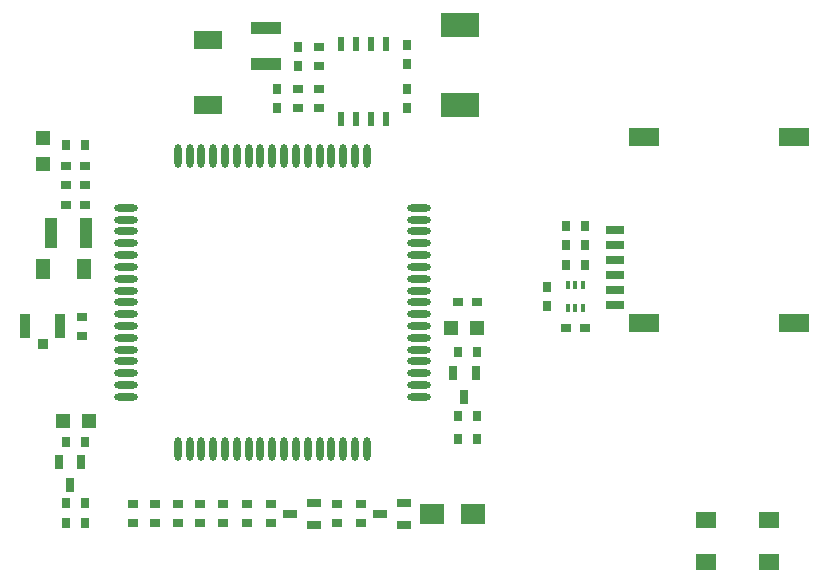
<source format=gtp>
G04 #@! TF.GenerationSoftware,KiCad,Pcbnew,no-vcs-found-7688~57~ubuntu16.04.1*
G04 #@! TF.CreationDate,2017-03-02T14:26:04+07:00*
G04 #@! TF.ProjectId,cellular,63656C6C756C61722E6B696361645F70,rev?*
G04 #@! TF.FileFunction,Paste,Top*
G04 #@! TF.FilePolarity,Positive*
%FSLAX46Y46*%
G04 Gerber Fmt 4.6, Leading zero omitted, Abs format (unit mm)*
G04 Created by KiCad (PCBNEW no-vcs-found-7688~57~ubuntu16.04.1) date Thu Mar  2 14:26:04 2017*
%MOMM*%
%LPD*%
G01*
G04 APERTURE LIST*
%ADD10C,0.100000*%
%ADD11R,0.800100X1.200000*%
%ADD12R,0.950000X2.100000*%
%ADD13R,0.900000X0.950000*%
%ADD14R,2.500000X1.000000*%
%ADD15R,0.750000X0.900000*%
%ADD16R,0.900000X0.750000*%
%ADD17R,1.000000X2.500000*%
%ADD18R,3.197860X1.998980*%
%ADD19R,1.200000X1.200000*%
%ADD20R,2.400000X1.500000*%
%ADD21R,1.200000X0.800100*%
%ADD22R,0.900000X0.800000*%
%ADD23R,0.800000X0.900000*%
%ADD24R,0.508000X1.143000*%
%ADD25R,0.400000X0.650000*%
%ADD26R,2.100580X1.699260*%
%ADD27R,1.300000X1.700000*%
%ADD28O,0.600000X2.000000*%
%ADD29O,2.000000X0.600000*%
%ADD30R,2.600000X1.550000*%
%ADD31R,1.500000X0.750000*%
%ADD32R,1.700000X1.350000*%
G04 APERTURE END LIST*
D10*
D11*
X103886000Y-136636000D03*
X102936000Y-134636000D03*
X104836000Y-134636000D03*
D12*
X100125000Y-123190000D03*
X103075000Y-123190000D03*
D13*
X101600000Y-124715000D03*
D14*
X120523000Y-97941000D03*
X120523000Y-100941000D03*
D15*
X132461000Y-104685999D03*
X132461000Y-103086001D03*
X121412000Y-103086001D03*
X121412000Y-104685999D03*
X132461000Y-101002999D03*
X132461000Y-99403001D03*
X123190000Y-99530001D03*
X123190000Y-101129999D03*
X144272000Y-121449999D03*
X144272000Y-119850001D03*
D16*
X147484999Y-123317000D03*
X145885001Y-123317000D03*
D17*
X102259000Y-115316000D03*
X105259000Y-115316000D03*
D16*
X105193999Y-112903000D03*
X103594001Y-112903000D03*
X103594001Y-111252000D03*
X105193999Y-111252000D03*
X103594001Y-109601000D03*
X105193999Y-109601000D03*
D18*
X136906000Y-104490520D03*
X136906000Y-97693480D03*
D19*
X101600000Y-107231000D03*
X101600000Y-109431000D03*
X103294000Y-131191000D03*
X105494000Y-131191000D03*
D20*
X115570000Y-104477000D03*
X115570000Y-98977000D03*
D21*
X124571000Y-140015000D03*
X124571000Y-138115000D03*
X122571000Y-139065000D03*
D22*
X123190000Y-104685999D03*
X123190000Y-103086001D03*
X124968000Y-101129999D03*
X124968000Y-99530001D03*
X124968000Y-104685999D03*
X124968000Y-103086001D03*
D23*
X105193999Y-107823000D03*
X103594001Y-107823000D03*
X145885001Y-117983000D03*
X147484999Y-117983000D03*
X147484999Y-114681000D03*
X145885001Y-114681000D03*
X145885001Y-116332000D03*
X147484999Y-116332000D03*
D22*
X118872000Y-138265001D03*
X118872000Y-139864999D03*
D23*
X103594001Y-138176000D03*
X105193999Y-138176000D03*
D22*
X104902000Y-122390001D03*
X104902000Y-123989999D03*
X120904000Y-138265001D03*
X120904000Y-139864999D03*
D23*
X105193999Y-139827000D03*
X103594001Y-139827000D03*
X103594001Y-132969000D03*
X105193999Y-132969000D03*
D24*
X130683000Y-99314000D03*
X129413000Y-99314000D03*
X128143000Y-99314000D03*
X126873000Y-99314000D03*
X126873000Y-105664000D03*
X128143000Y-105664000D03*
X129413000Y-105664000D03*
X130683000Y-105664000D03*
D25*
X146035000Y-121600000D03*
X147335000Y-121600000D03*
X146685000Y-119700000D03*
X146685000Y-121600000D03*
X147335000Y-119700000D03*
X146035000Y-119700000D03*
D16*
X138340999Y-121158000D03*
X136741001Y-121158000D03*
D26*
X138000740Y-139065000D03*
X134541260Y-139065000D03*
D19*
X138387000Y-123317000D03*
X136187000Y-123317000D03*
D21*
X132191000Y-140015000D03*
X132191000Y-138115000D03*
X130191000Y-139065000D03*
D11*
X138237000Y-127143000D03*
X136337000Y-127143000D03*
X137287000Y-129143000D03*
D22*
X111125000Y-139864999D03*
X111125000Y-138265001D03*
X109220000Y-138265001D03*
X109220000Y-139864999D03*
X116840000Y-138265001D03*
X116840000Y-139864999D03*
X114935000Y-138265001D03*
X114935000Y-139864999D03*
X113030000Y-139864999D03*
X113030000Y-138265001D03*
X126492000Y-139864999D03*
X126492000Y-138265001D03*
X128524000Y-139864999D03*
X128524000Y-138265001D03*
D23*
X138340999Y-132715000D03*
X136741001Y-132715000D03*
X136741001Y-130810000D03*
X138340999Y-130810000D03*
X138340999Y-125349000D03*
X136741001Y-125349000D03*
D27*
X101628000Y-118364000D03*
X105128000Y-118364000D03*
D28*
X113031000Y-133558000D03*
X114031000Y-133558000D03*
X115031000Y-133558000D03*
X116031000Y-133558000D03*
X117031000Y-133558000D03*
X118031000Y-133558000D03*
X119031000Y-133558000D03*
X120031000Y-133558000D03*
X121031000Y-133558000D03*
X122031000Y-133558000D03*
X123031000Y-133558000D03*
X124031000Y-133558000D03*
X125031000Y-133558000D03*
X126031000Y-133558000D03*
X127031000Y-133558000D03*
X128031000Y-133558000D03*
X129031000Y-133558000D03*
D29*
X133431000Y-129158000D03*
X133431000Y-128158000D03*
X133431000Y-127158000D03*
X133431000Y-126158000D03*
X133431000Y-125158000D03*
X133431000Y-124158000D03*
X133431000Y-123158000D03*
X133431000Y-122158000D03*
X133431000Y-121158000D03*
X133431000Y-120158000D03*
X133431000Y-119158000D03*
X133431000Y-118158000D03*
X133431000Y-117158000D03*
X133431000Y-116158000D03*
X133431000Y-115158000D03*
X133431000Y-114158000D03*
X133431000Y-113158000D03*
D28*
X129031000Y-108758000D03*
X128031000Y-108758000D03*
X127031000Y-108758000D03*
X126031000Y-108758000D03*
X125031000Y-108758000D03*
X124031000Y-108758000D03*
X123031000Y-108758000D03*
X122031000Y-108758000D03*
X121031000Y-108758000D03*
X120031000Y-108758000D03*
X119031000Y-108758000D03*
X118031000Y-108758000D03*
X117031000Y-108758000D03*
X116031000Y-108758000D03*
X115031000Y-108758000D03*
X114031000Y-108758000D03*
X113031000Y-108758000D03*
D29*
X108631000Y-113158000D03*
X108631000Y-114158000D03*
X108631000Y-115158000D03*
X108631000Y-116158000D03*
X108631000Y-117158000D03*
X108631000Y-118158000D03*
X108631000Y-119158000D03*
X108631000Y-120158000D03*
X108631000Y-121158000D03*
X108631000Y-122158000D03*
X108631000Y-123158000D03*
X108631000Y-124158000D03*
X108631000Y-125158000D03*
X108631000Y-126158000D03*
X108631000Y-127158000D03*
X108631000Y-128158000D03*
X108631000Y-129158000D03*
D30*
X165207000Y-122936000D03*
X165207000Y-107136000D03*
X152527000Y-107136000D03*
X152527000Y-122936000D03*
D31*
X150077000Y-121376000D03*
X150077000Y-120106000D03*
X150077000Y-118836000D03*
X150077000Y-117566000D03*
X150077000Y-116296000D03*
X150077000Y-115026000D03*
D32*
X163068000Y-143151000D03*
X163068000Y-139551000D03*
X157734000Y-139551000D03*
X157734000Y-143151000D03*
M02*

</source>
